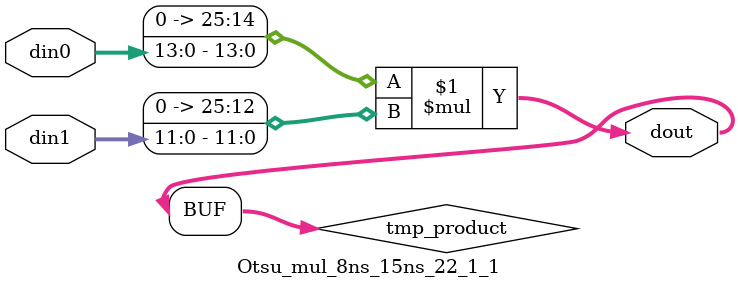
<source format=v>

`timescale 1 ns / 1 ps

  module Otsu_mul_8ns_15ns_22_1_1(din0, din1, dout);
parameter ID = 1;
parameter NUM_STAGE = 0;
parameter din0_WIDTH = 14;
parameter din1_WIDTH = 12;
parameter dout_WIDTH = 26;

input [din0_WIDTH - 1 : 0] din0; 
input [din1_WIDTH - 1 : 0] din1; 
output [dout_WIDTH - 1 : 0] dout;

wire signed [dout_WIDTH - 1 : 0] tmp_product;










assign tmp_product = $signed({1'b0, din0}) * $signed({1'b0, din1});











assign dout = tmp_product;







endmodule

</source>
